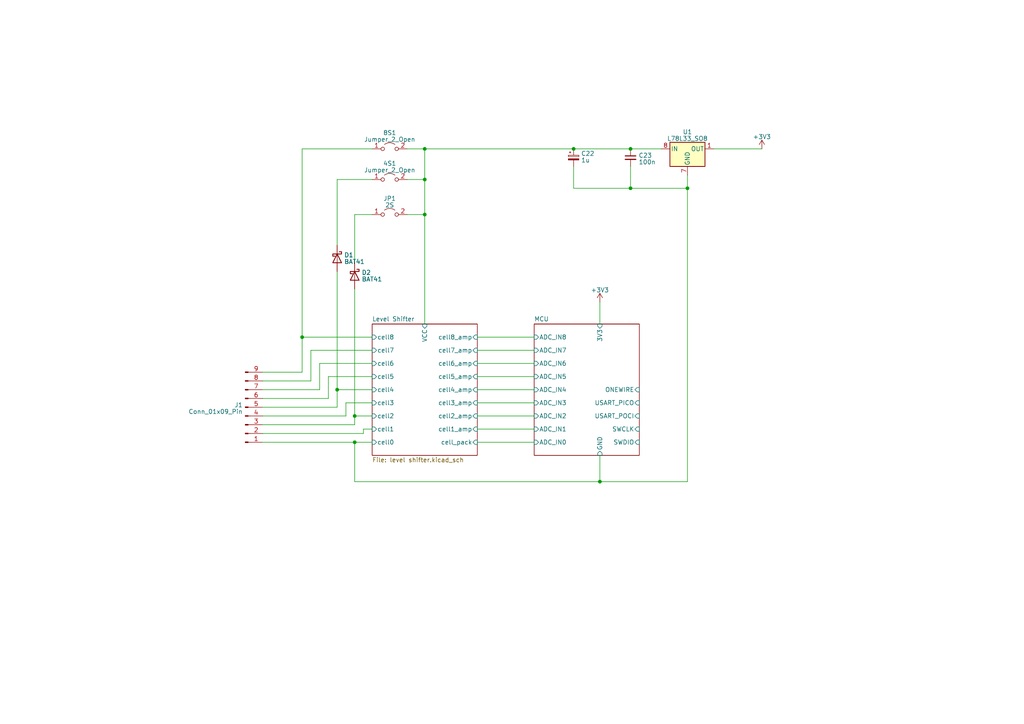
<source format=kicad_sch>
(kicad_sch (version 20230121) (generator eeschema)
  (paper "A4")
  (lib_symbols
    (symbol "Connector:Conn_01x09_Pin" (pin_names (offset 1.016) hide)
      (property "Reference" "J" (at 0 12.7 0))
      (property "Value" "Conn_01x09_Pin" (at 0 -12.7 0))
      (symbol "Conn_01x09_Pin_1_1"
        (polyline (pts (xy 1.27 -10.16) (xy 0.8636 -10.16)) (stroke (width 0.1524)))
        (polyline (pts (xy 1.27 -7.62) (xy 0.8636 -7.62)) (stroke (width 0.1524)))
        (polyline (pts (xy 1.27 -5.08) (xy 0.8636 -5.08)) (stroke (width 0.1524)))
        (polyline (pts (xy 1.27 -2.54) (xy 0.8636 -2.54)) (stroke (width 0.1524)))
        (polyline (pts (xy 1.27 0) (xy 0.8636 0)) (stroke (width 0.1524)))
        (polyline (pts (xy 1.27 2.54) (xy 0.8636 2.54)) (stroke (width 0.1524)))
        (polyline (pts (xy 1.27 5.08) (xy 0.8636 5.08)) (stroke (width 0.1524)))
        (polyline (pts (xy 1.27 7.62) (xy 0.8636 7.62)) (stroke (width 0.1524)))
        (polyline (pts (xy 1.27 10.16) (xy 0.8636 10.16)) (stroke (width 0.1524)))
        (rectangle (start 0.8636 -10.033) (end 0 -10.287) (stroke (width 0.1524)) (fill (type outline)))
        (rectangle (start 0.8636 -7.493) (end 0 -7.747) (stroke (width 0.1524)) (fill (type outline)))
        (rectangle (start 0.8636 -4.953) (end 0 -5.207) (stroke (width 0.1524)) (fill (type outline)))
        (rectangle (start 0.8636 -2.413) (end 0 -2.667) (stroke (width 0.1524)) (fill (type outline)))
        (rectangle (start 0.8636 0.127) (end 0 -0.127) (stroke (width 0.1524)) (fill (type outline)))
        (rectangle (start 0.8636 2.667) (end 0 2.413) (stroke (width 0.1524)) (fill (type outline)))
        (rectangle (start 0.8636 5.207) (end 0 4.953) (stroke (width 0.1524)) (fill (type outline)))
        (rectangle (start 0.8636 7.747) (end 0 7.493) (stroke (width 0.1524)) (fill (type outline)))
        (rectangle (start 0.8636 10.287) (end 0 10.033) (stroke (width 0.1524)) (fill (type outline)))
        (pin passive line (at 5.08 10.16 180) (length 3.81) (name "Pin_1") (number "1"))
        (pin passive line (at 5.08 7.62 180) (length 3.81) (name "Pin_2") (number "2"))
        (pin passive line (at 5.08 5.08 180) (length 3.81) (name "Pin_3") (number "3"))
        (pin passive line (at 5.08 2.54 180) (length 3.81) (name "Pin_4") (number "4"))
        (pin passive line (at 5.08 0 180) (length 3.81) (name "Pin_5") (number "5"))
        (pin passive line (at 5.08 -2.54 180) (length 3.81) (name "Pin_6") (number "6"))
        (pin passive line (at 5.08 -5.08 180) (length 3.81) (name "Pin_7") (number "7"))
        (pin passive line (at 5.08 -7.62 180) (length 3.81) (name "Pin_8") (number "8"))
        (pin passive line (at 5.08 -10.16 180) (length 3.81) (name "Pin_9") (number "9"))
      )
    )
    (symbol "Device:C_Polarized_Small" (pin_numbers hide) (pin_names (offset 0.254) hide)
      (property "Reference" "C" (at 0.254 1.778 0))
      (property "Value" "C_Polarized_Small" (at 0.254 -2.032 0))
      (symbol "C_Polarized_Small_0_1"
        (rectangle (start -1.524 -0.3048) (end 1.524 -0.6858) (fill (type outline)))
        (rectangle (start -1.524 0.6858) (end 1.524 0.3048))
        (polyline (pts (xy -1.27 1.524) (xy -0.762 1.524)))
        (polyline (pts (xy -1.016 1.27) (xy -1.016 1.778)))
      )
      (symbol "C_Polarized_Small_1_1"
        (pin passive line (at 0 2.54 270) (length 1.8542) (name "~") (number "1"))
        (pin passive line (at 0 -2.54 90) (length 1.8542) (name "~") (number "2"))
      )
    )
    (symbol "Device:C_Small" (pin_numbers hide) (pin_names (offset 0.254) hide)
      (property "Reference" "C" (at 0.254 1.778 0))
      (property "Value" "C_Small" (at 0.254 -2.032 0))
      (symbol "C_Small_0_1"
        (polyline (pts (xy -1.524 -0.508) (xy 1.524 -0.508)) (stroke (width 0.3302)))
        (polyline (pts (xy -1.524 0.508) (xy 1.524 0.508)) (stroke (width 0.3048)))
      )
      (symbol "C_Small_1_1"
        (pin passive line (at 0 2.54 270) (length 2.032) (name "~") (number "1"))
        (pin passive line (at 0 -2.54 90) (length 2.032) (name "~") (number "2"))
      )
    )
    (symbol "Diode:BAT41" (pin_numbers hide) (pin_names (offset 1.016) hide)
      (property "Reference" "D" (at 0 2.54 0))
      (property "Value" "BAT41" (at 0 -2.54 0))
      (symbol "BAT41_0_1"
        (polyline (pts (xy 1.27 0) (xy -1.27 0)))
        (polyline (pts (xy 1.27 1.27) (xy 1.27 -1.27) (xy -1.27 0) (xy 1.27 1.27)) (stroke (width 0.254)))
        (polyline (pts (xy -1.905 0.635) (xy -1.905 1.27) (xy -1.27 1.27) (xy -1.27 -1.27) (xy -0.635 -1.27) (xy -0.635 -0.635)) (stroke (width 0.254)))
      )
      (symbol "BAT41_1_1"
        (pin passive line (at -3.81 0 0) (length 2.54) (name "K") (number "1"))
        (pin passive line (at 3.81 0 180) (length 2.54) (name "A") (number "2"))
      )
    )
    (symbol "Jumper:Jumper_2_Open" (pin_names (offset 0) hide)
      (property "Reference" "JP" (at 0 2.794 0))
      (property "Value" "Jumper_2_Open" (at 0 -2.286 0))
      (symbol "Jumper_2_Open_0_0"
        (circle (center -2.032 0) (radius 0.508))
        (circle (center 2.032 0) (radius 0.508))
      )
      (symbol "Jumper_2_Open_0_1"
        (arc (start 1.524 1.27) (mid 0 1.778) (end -1.524 1.27))
      )
      (symbol "Jumper_2_Open_1_1"
        (pin passive line (at -5.08 0 0) (length 2.54) (name "A") (number "1"))
        (pin passive line (at 5.08 0 180) (length 2.54) (name "B") (number "2"))
      )
    )
    (symbol "Regulator_Linear:L78L33_SO8" (pin_names (offset 0.254))
      (property "Reference" "U" (at -3.81 3.175 0))
      (property "Value" "L78L33_SO8" (at 0 3.175 0))
      (symbol "L78L33_SO8_0_1"
        (rectangle (start -5.08 1.905) (end 5.08 -5.08) (stroke (width 0.254)) (fill (type background)))
      )
      (symbol "L78L33_SO8_1_1"
        (pin power_out line (at 7.62 0 180) (length 2.54) (name "OUT") (number "1"))
        (pin passive line (at 0 -7.62 90) (length 2.54) hide (name "GND") (number "2"))
        (pin passive line (at 0 -7.62 90) (length 2.54) hide (name "GND") (number "3"))
        (pin no_connect line (at -5.08 -2.54 0) (length 2.54) hide (name "NC") (number "4"))
        (pin no_connect line (at 5.08 -2.54 180) (length 2.54) hide (name "NC") (number "5"))
        (pin passive line (at 0 -7.62 90) (length 2.54) hide (name "GND") (number "6"))
        (pin power_in line (at 0 -7.62 90) (length 2.54) (name "GND") (number "7"))
        (pin power_in line (at -7.62 0 0) (length 2.54) (name "IN") (number "8"))
      )
    )
    (symbol "power:+3V3" (power) (pin_names (offset 0))
      (property "Value" "+3V3" (at 0 3.556 0))
      (symbol "+3V3_0_1"
        (polyline (pts (xy -0.762 1.27) (xy 0 2.54)))
        (polyline (pts (xy 0 0) (xy 0 2.54)))
        (polyline (pts (xy 0 2.54) (xy 0.762 1.27)))
      )
      (symbol "+3V3_1_1"
        (pin power_in line (at 0 0 90) (length 0) hide (name "+3V3") (number "1"))
      )
    )
  )
  (junction (at 182.88 43.18))
  (junction (at 199.39 54.61))
  (junction (at 87.63 97.79))
  (junction (at 102.87 120.65))
  (junction (at 173.99 139.7))
  (junction (at 166.37 43.18))
  (junction (at 97.79 113.03))
  (junction (at 123.19 52.07))
  (junction (at 182.88 54.61))
  (junction (at 123.19 43.18))
  (junction (at 123.19 62.23))
  (junction (at 102.87 128.27))
  (wire (pts (xy 138.43 113.03) (xy 154.94 113.03)))
  (wire (pts (xy 182.88 43.18) (xy 191.77 43.18)))
  (wire (pts (xy 105.41 125.73) (xy 105.41 124.46)))
  (wire (pts (xy 107.95 128.27) (xy 102.87 128.27)))
  (wire (pts (xy 87.63 97.79) (xy 107.95 97.79)))
  (wire (pts (xy 107.95 52.07) (xy 97.79 52.07)))
  (wire (pts (xy 207.01 43.18) (xy 220.98 43.18)))
  (wire (pts (xy 76.2 115.57) (xy 95.25 115.57)))
  (wire (pts (xy 138.43 116.84) (xy 154.94 116.84)))
  (wire (pts (xy 138.43 109.22) (xy 154.94 109.22)))
  (wire (pts (xy 166.37 43.18) (xy 182.88 43.18)))
  (wire (pts (xy 123.19 52.07) (xy 123.19 62.23)))
  (wire (pts (xy 123.19 43.18) (xy 166.37 43.18)))
  (wire (pts (xy 102.87 128.27) (xy 102.87 139.7)))
  (wire (pts (xy 102.87 123.19) (xy 102.87 120.65)))
  (wire (pts (xy 138.43 128.27) (xy 154.94 128.27)))
  (wire (pts (xy 95.25 109.22) (xy 107.95 109.22)))
  (wire (pts (xy 87.63 43.18) (xy 87.63 97.79)))
  (wire (pts (xy 100.33 120.65) (xy 100.33 116.84)))
  (wire (pts (xy 76.2 128.27) (xy 102.87 128.27)))
  (wire (pts (xy 76.2 113.03) (xy 92.71 113.03)))
  (wire (pts (xy 166.37 54.61) (xy 182.88 54.61)))
  (wire (pts (xy 118.11 62.23) (xy 123.19 62.23)))
  (wire (pts (xy 102.87 62.23) (xy 102.87 76.2)))
  (wire (pts (xy 199.39 139.7) (xy 173.99 139.7)))
  (wire (pts (xy 138.43 124.46) (xy 154.94 124.46)))
  (wire (pts (xy 102.87 83.82) (xy 102.87 120.65)))
  (wire (pts (xy 138.43 97.79) (xy 154.94 97.79)))
  (wire (pts (xy 95.25 115.57) (xy 95.25 109.22)))
  (wire (pts (xy 102.87 139.7) (xy 173.99 139.7)))
  (wire (pts (xy 182.88 54.61) (xy 199.39 54.61)))
  (wire (pts (xy 97.79 78.74) (xy 97.79 113.03)))
  (wire (pts (xy 97.79 113.03) (xy 107.95 113.03)))
  (wire (pts (xy 76.2 125.73) (xy 105.41 125.73)))
  (wire (pts (xy 173.99 87.63) (xy 173.99 93.98)))
  (wire (pts (xy 97.79 118.11) (xy 97.79 113.03)))
  (wire (pts (xy 123.19 43.18) (xy 118.11 43.18)))
  (wire (pts (xy 102.87 120.65) (xy 107.95 120.65)))
  (wire (pts (xy 118.11 52.07) (xy 123.19 52.07)))
  (wire (pts (xy 76.2 110.49) (xy 90.17 110.49)))
  (wire (pts (xy 92.71 113.03) (xy 92.71 105.41)))
  (wire (pts (xy 199.39 50.8) (xy 199.39 54.61)))
  (wire (pts (xy 92.71 105.41) (xy 107.95 105.41)))
  (wire (pts (xy 90.17 110.49) (xy 90.17 101.6)))
  (wire (pts (xy 107.95 43.18) (xy 87.63 43.18)))
  (wire (pts (xy 90.17 101.6) (xy 107.95 101.6)))
  (wire (pts (xy 123.19 43.18) (xy 123.19 52.07)))
  (wire (pts (xy 173.99 139.7) (xy 173.99 132.08)))
  (wire (pts (xy 97.79 52.07) (xy 97.79 71.12)))
  (wire (pts (xy 76.2 107.95) (xy 87.63 107.95)))
  (wire (pts (xy 199.39 54.61) (xy 199.39 139.7)))
  (wire (pts (xy 100.33 116.84) (xy 107.95 116.84)))
  (wire (pts (xy 87.63 107.95) (xy 87.63 97.79)))
  (wire (pts (xy 166.37 48.26) (xy 166.37 54.61)))
  (wire (pts (xy 105.41 124.46) (xy 107.95 124.46)))
  (wire (pts (xy 76.2 120.65) (xy 100.33 120.65)))
  (wire (pts (xy 107.95 62.23) (xy 102.87 62.23)))
  (wire (pts (xy 76.2 123.19) (xy 102.87 123.19)))
  (wire (pts (xy 138.43 120.65) (xy 154.94 120.65)))
  (wire (pts (xy 182.88 48.26) (xy 182.88 54.61)))
  (wire (pts (xy 138.43 105.41) (xy 154.94 105.41)))
  (wire (pts (xy 123.19 62.23) (xy 123.19 93.98)))
  (wire (pts (xy 76.2 118.11) (xy 97.79 118.11)))
  (wire (pts (xy 138.43 101.6) (xy 154.94 101.6)))
  (symbol (lib_id "power:+3V3") (at 173.99 87.63 0) (unit 1)
    (property "Reference" "#PWR01" (effects hide))
    (property "Value" "+3V3" (at 173.99 84.1281 0))
  )
  (symbol (lib_id "Jumper:Jumper_2_Open") (at 113.03 52.07 0) (unit 1)
    (property "Reference" "4S1" (at 113.03 47.4091 0))
    (property "Value" "Jumper_2_Open" (at 113.03 49.3301 0))
  )
  (symbol (lib_id "power:+3V3") (at 220.98 43.18 0) (unit 1)
    (property "Reference" "#PWR02" (effects hide))
    (property "Value" "+3V3" (at 220.98 39.6781 0))
  )
  (symbol (lib_id "Diode:BAT41") (at 97.79 74.93 270) (unit 1)
    (property "Reference" "D1" (at 99.822 73.9688 90) (effects (justify left)))
    (property "Value" "BAT41" (at 99.822 75.8898 90) (effects (justify left)))
    (property "Footprint" "Diode_THT:D_DO-35_SOD27_P7.62mm_Horizontal" (effects hide))
    (property "Datasheet" "http://www.vishay.com/docs/85659/bat41.pdf" (effects hide))
  )
  (symbol (lib_id "Connector:Conn_01x09_Pin") (at 71.12 118.11 0) (mirror x) (unit 1)
    (property "Reference" "J1" (at 70.4089 117.4663 0) (effects (justify right)))
    (property "Value" "Conn_01x09_Pin" (at 70.4089 119.3873 0) (effects (justify right)))
  )
  (symbol (lib_id "Device:C_Small") (at 182.88 45.72 0) (unit 1)
    (property "Reference" "C23" (at 185.2041 45.0826 0) (effects (justify left)))
    (property "Value" "100n" (at 185.2041 47.0036 0) (effects (justify left)))
    (property "Footprint" "Capacitor_SMD:C_0603_1608Metric_Pad1.08x0.95mm_HandSolder" (effects hide))
  )
  (symbol (lib_id "Diode:BAT41") (at 102.87 80.01 270) (unit 1)
    (property "Reference" "D2" (at 104.902 79.0488 90) (effects (justify left)))
    (property "Value" "BAT41" (at 104.902 80.9698 90) (effects (justify left)))
    (property "Footprint" "Diode_THT:D_DO-35_SOD27_P7.62mm_Horizontal" (effects hide))
    (property "Datasheet" "http://www.vishay.com/docs/85659/bat41.pdf" (effects hide))
  )
  (symbol (lib_id "Jumper:Jumper_2_Open") (at 113.03 43.18 0) (unit 1)
    (property "Reference" "8S1" (at 113.03 38.5191 0))
    (property "Value" "Jumper_2_Open" (at 113.03 40.4401 0))
  )
  (symbol (lib_id "Jumper:Jumper_2_Open") (at 113.03 62.23 0) (unit 1)
    (property "Reference" "JP1" (at 113.03 57.5691 0))
    (property "Value" "2S" (at 113.03 59.4901 0))
  )
  (symbol (lib_id "Regulator_Linear:L78L33_SO8") (at 199.39 43.18 0) (unit 1)
    (property "Reference" "U1" (at 199.39 38.2651 0))
    (property "Value" "L78L33_SO8" (at 199.39 40.1861 0))
    (property "Footprint" "Package_SO:SOIC-8_3.9x4.9mm_P1.27mm" (effects hide))
    (property "Datasheet" "http://www.st.com/content/ccc/resource/technical/document/datasheet/15/55/e5/aa/23/5b/43/fd/CD00000446.pdf/files/CD00000446.pdf/jcr:content/translations/en.CD00000446.pdf" (effects hide))
  )
  (symbol (lib_id "Device:C_Polarized_Small") (at 166.37 45.72 0) (unit 1)
    (property "Reference" "C22" (at 168.529 44.5302 0) (effects (justify left)))
    (property "Value" "1u" (at 168.529 46.4512 0) (effects (justify left)))
    (property "Footprint" "Capacitor_SMD:CP_Elec_5x3" (effects hide))
  )
  (sheet (at 154.94 93.98) (size 30.48 38.1) (stroke (width 0.1524))
    (property "Sheetname" "MCU" (at 154.94 93.2684 0) (effects (justify left bottom)))
    (property "Sheetfile" "stm32.kicad_sch" (effects hide))
    (pin "ADC_IN0" input (at 154.94 128.27 180))
    (pin "ADC_IN1" input (at 154.94 124.46 180))
    (pin "ADC_IN2" input (at 154.94 120.65 180))
    (pin "ADC_IN3" input (at 154.94 116.84 180))
    (pin "ADC_IN4" input (at 154.94 113.03 180))
    (pin "ADC_IN6" input (at 154.94 105.41 180))
    (pin "ADC_IN5" input (at 154.94 109.22 180))
    (pin "ADC_IN7" input (at 154.94 101.6 180))
    (pin "ADC_IN8" input (at 154.94 97.79 180))
    (pin "SWDIO" input (at 185.42 128.27 0))
    (pin "SWCLK" input (at 185.42 124.46 0))
    (pin "USART_POCI" input (at 185.42 120.65 0))
    (pin "USART_PICO" input (at 185.42 116.84 0))
    (pin "ONEWIRE" input (at 185.42 113.03 0))
    (pin "3V3" input (at 173.99 93.98 90))
    (pin "GND" input (at 173.99 132.08 270))
  )
  (sheet (at 107.95 93.98) (size 30.48 38.1) (stroke (width 0.1524))
    (property "Sheetname" "Level Shifter" (at 107.95 93.2684 0) (effects (justify left bottom)))
    (property "Sheetfile" "level shifter.kicad_sch" (at 107.95 132.6646 0) (effects (justify left top)))
    (pin "cell8" input (at 107.95 97.79 180))
    (pin "cell7" input (at 107.95 101.6 180))
    (pin "cell6" input (at 107.95 105.41 180))
    (pin "cell5" input (at 107.95 109.22 180))
    (pin "cell0" input (at 107.95 128.27 180))
    (pin "cell6_amp" input (at 138.43 105.41 0))
    (pin "cell4" input (at 107.95 113.03 180))
    (pin "cell5_amp" input (at 138.43 109.22 0))
    (pin "cell7_amp" input (at 138.43 101.6 0))
    (pin "cell8_amp" input (at 138.43 97.79 0))
    (pin "cell3" input (at 107.95 116.84 180))
    (pin "cell1" input (at 107.95 124.46 180))
    (pin "cell2" input (at 107.95 120.65 180))
    (pin "cell3_amp" input (at 138.43 116.84 0))
    (pin "cell1_amp" input (at 138.43 124.46 0))
    (pin "cell2_amp" input (at 138.43 120.65 0))
    (pin "cell4_amp" input (at 138.43 113.03 0))
    (pin "cell_pack" input (at 138.43 128.27 0))
    (pin "VCC" input (at 123.19 93.98 90))
  )
)
</source>
